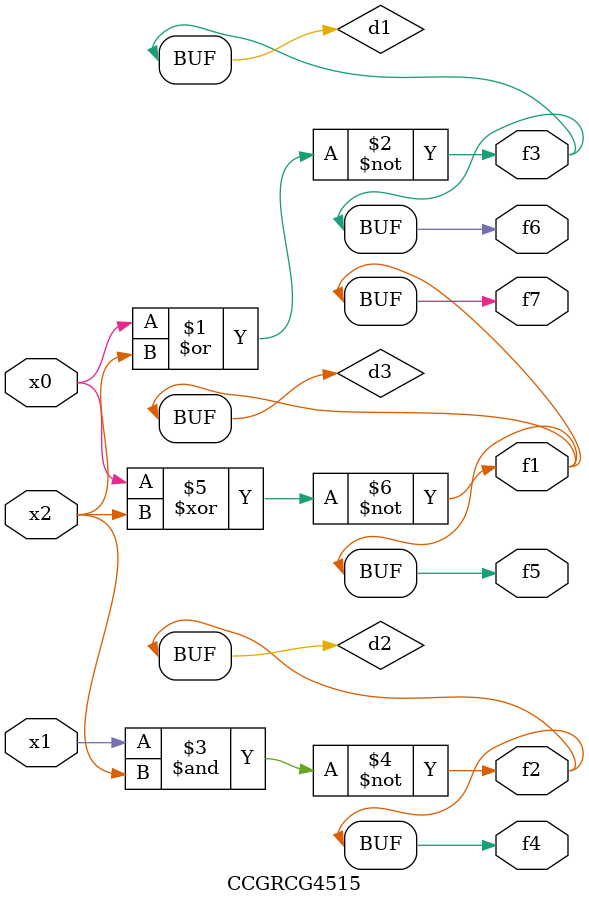
<source format=v>
module CCGRCG4515(
	input x0, x1, x2,
	output f1, f2, f3, f4, f5, f6, f7
);

	wire d1, d2, d3;

	nor (d1, x0, x2);
	nand (d2, x1, x2);
	xnor (d3, x0, x2);
	assign f1 = d3;
	assign f2 = d2;
	assign f3 = d1;
	assign f4 = d2;
	assign f5 = d3;
	assign f6 = d1;
	assign f7 = d3;
endmodule

</source>
